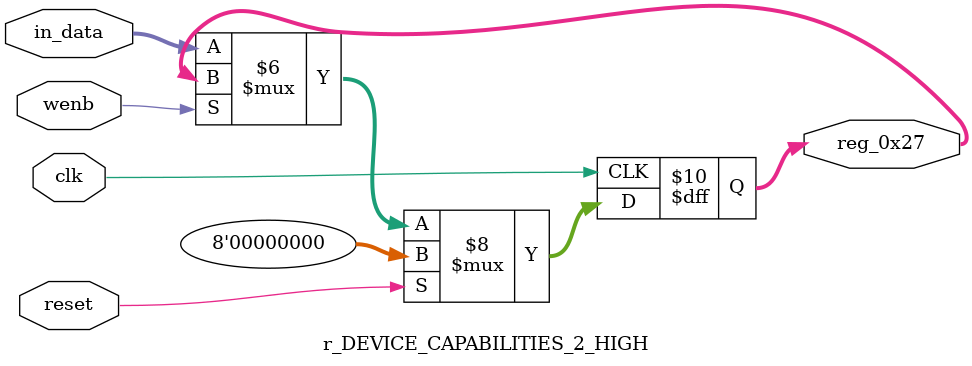
<source format=v>
module r_DEVICE_CAPABILITIES_2_HIGH(output reg [7:0] reg_0x27, input wire reset, input wire wenb, input wire [7:0] in_data, input wire clk);
	always@(posedge clk)
	begin
		if(reset==0) begin
			if(wenb==0)
				reg_0x27<=in_data;
			else
				reg_0x27<=reg_0x27;
		end
		else
			reg_0x27<=8'h00;
	end
endmodule
</source>
